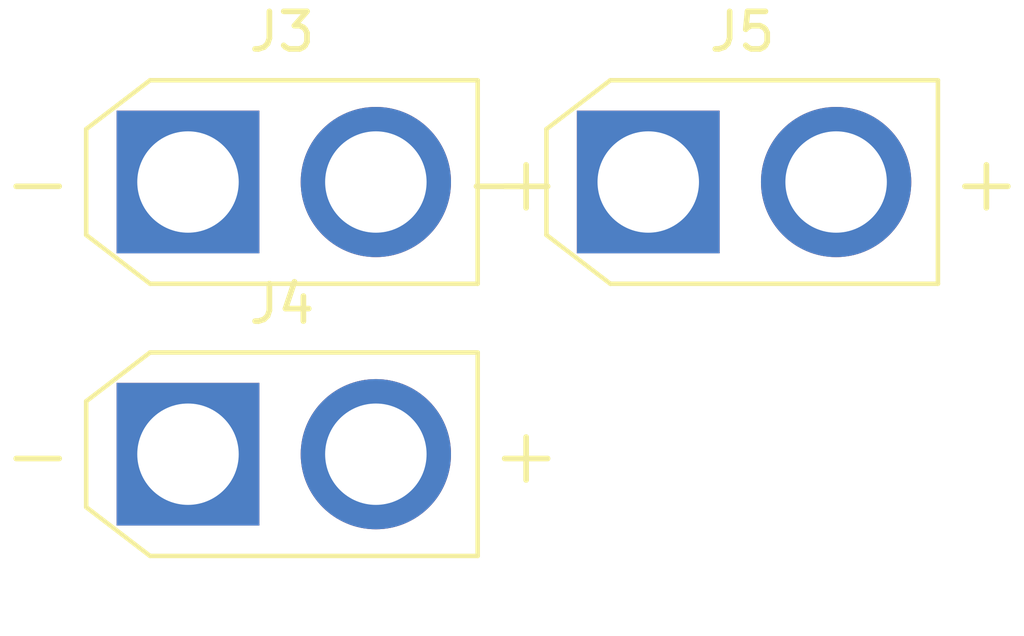
<source format=kicad_pcb>
(kicad_pcb (version 20211014) (generator pcbnew)
  (layers (0 "F.Cu" signal) (31 "B.Cu" signal) (34 "B.Paste" user) (35 "F.Paste" user) (36 "B.SilkS" user "B.Silkscreen") (37 "F.SilkS" user "F.Silkscreen") (38 "B.Mask" user) (39 "F.Mask" user) (44 "Edge.Cuts" user))
  (net 0 "")
  (net 1 "/GND")
  (net 2 "/VCC")
  (footprint "Connector_AMASS:AMASS_XT30U-F_1x02_P5.0mm_Vertical" (layer "F.Cu") (at 48.006 75.946)
    (fp_text reference "J3" (at 2.5 -4) (layer "F.SilkS"))
    (fp_text value "BATERIA")
    (fp_text user "+" (at 9 0) (layer "F.SilkS") (effects (font (size 1.5 1.5))))
    (fp_text user "-" (at -4 0) (layer "F.SilkS") (effects (font (size 1.5 1.5))))
    (fp_line (start -2.71 1.41) (end -1.01 2.71) (layer "F.SilkS") (width 0.12))
    (fp_line (start -1.01 2.71) (end 7.71 2.71) (layer "F.SilkS") (width 0.12))
    (fp_line (start 7.71 -2.71) (end 7.71 2.71) (layer "F.SilkS") (width 0.12))
    (fp_line (start -1.01 -2.71) (end 7.71 -2.71) (layer "F.SilkS") (width 0.12))
    (fp_line (start -2.71 -1.41) (end -1.01 -2.71) (layer "F.SilkS") (width 0.12))
    (fp_line (start -2.71 -1.41) (end -2.71 1.41) (layer "F.SilkS") (width 0.12))
    (pad "1" thru_hole rect (at 0 0) (size 3.8 3.8) (drill 2.7) (layers *.Cu *.Mask) (net 1 "/GND"))
    (pad "2" thru_hole circle (at 5 0) (size 4 4) (drill 2.7) (layers *.Cu *.Mask) (net 2 "/VCC"))
  )
  (footprint "Connector_AMASS:AMASS_XT30U-F_1x02_P5.0mm_Vertical" (layer "F.Cu") (at 48.006 83.196)
    (fp_text reference "J4" (at 2.5 -4) (layer "F.SilkS"))
    (fp_text value "MOTORES")
    (fp_text user "+" (at 9 0) (layer "F.SilkS") (effects (font (size 1.5 1.5))))
    (fp_text user "-" (at -4 0) (layer "F.SilkS") (effects (font (size 1.5 1.5))))
    (fp_line (start -2.71 1.41) (end -1.01 2.71) (layer "F.SilkS") (width 0.12))
    (fp_line (start -1.01 -2.71) (end 7.71 -2.71) (layer "F.SilkS") (width 0.12))
    (fp_line (start -2.71 -1.41) (end -2.71 1.41) (layer "F.SilkS") (width 0.12))
    (fp_line (start 7.71 -2.71) (end 7.71 2.71) (layer "F.SilkS") (width 0.12))
    (fp_line (start -2.71 -1.41) (end -1.01 -2.71) (layer "F.SilkS") (width 0.12))
    (fp_line (start -1.01 2.71) (end 7.71 2.71) (layer "F.SilkS") (width 0.12))
    (pad "1" thru_hole rect (at 0 0) (size 3.8 3.8) (drill 2.7) (layers *.Cu *.Mask) (net 1 "/GND"))
    (pad "2" thru_hole circle (at 5 0) (size 4 4) (drill 2.7) (layers *.Cu *.Mask) (net 2 "/VCC"))
  )
  (footprint "Connector_AMASS:AMASS_XT30U-F_1x02_P5.0mm_Vertical" (layer "F.Cu") (at 60.256 75.946)
    (fp_text reference "J5" (at 2.5 -4) (layer "F.SilkS"))
    (fp_text value "SENSORES")
    (fp_text user "+" (at 9 0) (layer "F.SilkS") (effects (font (size 1.5 1.5))))
    (fp_text user "-" (at -4 0) (layer "F.SilkS") (effects (font (size 1.5 1.5))))
    (fp_line (start -2.71 1.41) (end -1.01 2.71) (layer "F.SilkS") (width 0.12))
    (fp_line (start 7.71 -2.71) (end 7.71 2.71) (layer "F.SilkS") (width 0.12))
    (fp_line (start -2.71 -1.41) (end -1.01 -2.71) (layer "F.SilkS") (width 0.12))
    (fp_line (start -1.01 -2.71) (end 7.71 -2.71) (layer "F.SilkS") (width 0.12))
    (fp_line (start -2.71 -1.41) (end -2.71 1.41) (layer "F.SilkS") (width 0.12))
    (fp_line (start -1.01 2.71) (end 7.71 2.71) (layer "F.SilkS") (width 0.12))
    (pad "1" thru_hole rect (at 0 0) (size 3.8 3.8) (drill 2.7) (layers *.Cu *.Mask) (net 1 "/GND"))
    (pad "2" thru_hole circle (at 5 0) (size 4 4) (drill 2.7) (layers *.Cu *.Mask) (net 2 "/VCC"))
  )
)
</source>
